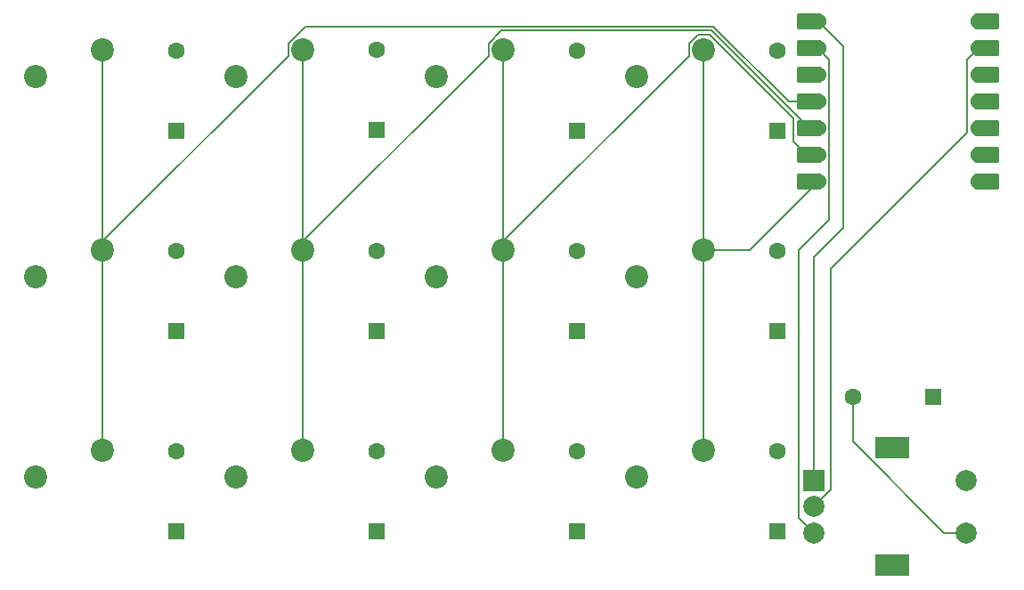
<source format=gbr>
%TF.GenerationSoftware,KiCad,Pcbnew,9.0.2*%
%TF.CreationDate,2025-05-30T01:47:42-07:00*%
%TF.ProjectId,pixelpad,70697865-6c70-4616-942e-6b696361645f,rev?*%
%TF.SameCoordinates,Original*%
%TF.FileFunction,Copper,L1,Top*%
%TF.FilePolarity,Positive*%
%FSLAX46Y46*%
G04 Gerber Fmt 4.6, Leading zero omitted, Abs format (unit mm)*
G04 Created by KiCad (PCBNEW 9.0.2) date 2025-05-30 01:47:42*
%MOMM*%
%LPD*%
G01*
G04 APERTURE LIST*
G04 Aperture macros list*
%AMRoundRect*
0 Rectangle with rounded corners*
0 $1 Rounding radius*
0 $2 $3 $4 $5 $6 $7 $8 $9 X,Y pos of 4 corners*
0 Add a 4 corners polygon primitive as box body*
4,1,4,$2,$3,$4,$5,$6,$7,$8,$9,$2,$3,0*
0 Add four circle primitives for the rounded corners*
1,1,$1+$1,$2,$3*
1,1,$1+$1,$4,$5*
1,1,$1+$1,$6,$7*
1,1,$1+$1,$8,$9*
0 Add four rect primitives between the rounded corners*
20,1,$1+$1,$2,$3,$4,$5,0*
20,1,$1+$1,$4,$5,$6,$7,0*
20,1,$1+$1,$6,$7,$8,$9,0*
20,1,$1+$1,$8,$9,$2,$3,0*%
G04 Aperture macros list end*
%TA.AperFunction,ComponentPad*%
%ADD10C,2.200000*%
%TD*%
%TA.AperFunction,ComponentPad*%
%ADD11R,2.000000X2.000000*%
%TD*%
%TA.AperFunction,ComponentPad*%
%ADD12C,2.000000*%
%TD*%
%TA.AperFunction,ComponentPad*%
%ADD13R,3.200000X2.000000*%
%TD*%
%TA.AperFunction,SMDPad,CuDef*%
%ADD14RoundRect,0.152400X1.063600X0.609600X-1.063600X0.609600X-1.063600X-0.609600X1.063600X-0.609600X0*%
%TD*%
%TA.AperFunction,ComponentPad*%
%ADD15C,1.524000*%
%TD*%
%TA.AperFunction,SMDPad,CuDef*%
%ADD16RoundRect,0.152400X-1.063600X-0.609600X1.063600X-0.609600X1.063600X0.609600X-1.063600X0.609600X0*%
%TD*%
%TA.AperFunction,ComponentPad*%
%ADD17RoundRect,0.250000X0.550000X-0.550000X0.550000X0.550000X-0.550000X0.550000X-0.550000X-0.550000X0*%
%TD*%
%TA.AperFunction,ComponentPad*%
%ADD18C,1.600000*%
%TD*%
%TA.AperFunction,ComponentPad*%
%ADD19RoundRect,0.250000X0.550000X0.550000X-0.550000X0.550000X-0.550000X-0.550000X0.550000X-0.550000X0*%
%TD*%
%TA.AperFunction,Conductor*%
%ADD20C,0.200000*%
%TD*%
G04 APERTURE END LIST*
D10*
%TO.P,SW3,1,1*%
%TO.N,COL2*%
X135890000Y-28257500D03*
%TO.P,SW3,2,2*%
%TO.N,Net-(D3-A)*%
X129540000Y-30797500D03*
%TD*%
D11*
%TO.P,SW13,A,A*%
%TO.N,ENC_A*%
X165390480Y-69235096D03*
D12*
%TO.P,SW13,B,B*%
%TO.N,ENC_B*%
X165390480Y-74235096D03*
%TO.P,SW13,C,C*%
%TO.N,GND*%
X165390480Y-71735096D03*
D13*
%TO.P,SW13,MP*%
%TO.N,N/C*%
X172890480Y-66135096D03*
X172890480Y-77335096D03*
D12*
%TO.P,SW13,S1,S1*%
%TO.N,Net-(D13-A)*%
X179890480Y-74235096D03*
%TO.P,SW13,S2,S2*%
%TO.N,ENC_SWB*%
X179890480Y-69235096D03*
%TD*%
D10*
%TO.P,SW2,1,1*%
%TO.N,COL1*%
X116840000Y-28257500D03*
%TO.P,SW2,2,2*%
%TO.N,Net-(D2-A)*%
X110490000Y-30797500D03*
%TD*%
%TO.P,SW9,1,1*%
%TO.N,COL0*%
X97790000Y-66357500D03*
%TO.P,SW9,2,2*%
%TO.N,Net-(D9-A)*%
X91440000Y-68897500D03*
%TD*%
%TO.P,SW10,1,1*%
%TO.N,COL1*%
X116840000Y-66357500D03*
%TO.P,SW10,2,2*%
%TO.N,Net-(D10-A)*%
X110490000Y-68897500D03*
%TD*%
%TO.P,SW4,1,1*%
%TO.N,COL3*%
X154940000Y-28257500D03*
%TO.P,SW4,2,2*%
%TO.N,Net-(D4-A)*%
X148590000Y-30797500D03*
%TD*%
%TO.P,SW12,1,1*%
%TO.N,COL3*%
X154940000Y-66357500D03*
%TO.P,SW12,2,2*%
%TO.N,Net-(D12-A)*%
X148590000Y-68897500D03*
%TD*%
%TO.P,SW8,1,1*%
%TO.N,COL3*%
X154940000Y-47307500D03*
%TO.P,SW8,2,2*%
%TO.N,Net-(D8-A)*%
X148590000Y-49847500D03*
%TD*%
D14*
%TO.P,U1,1,GPIO26/ADC0/A0*%
%TO.N,ENC_A*%
X164959392Y-25598416D03*
D15*
X165794392Y-25598416D03*
D14*
%TO.P,U1,2,GPIO27/ADC1/A1*%
%TO.N,ENC_B*%
X164959392Y-28138416D03*
D15*
X165794392Y-28138416D03*
D14*
%TO.P,U1,3,GPIO28/ADC2/A2*%
%TO.N,ENC_SWB*%
X164959392Y-30678416D03*
D15*
X165794392Y-30678416D03*
D14*
%TO.P,U1,4,GPIO29/ADC3/A3*%
%TO.N,COL0*%
X164959392Y-33218416D03*
D15*
X165794392Y-33218416D03*
D14*
%TO.P,U1,5,GPIO6/SDA*%
%TO.N,COL1*%
X164959392Y-35758416D03*
D15*
X165794392Y-35758416D03*
D14*
%TO.P,U1,6,GPIO7/SCL*%
%TO.N,COL2*%
X164959392Y-38298416D03*
D15*
X165794392Y-38298416D03*
D14*
%TO.P,U1,7,GPIO0/TX*%
%TO.N,COL3*%
X164959392Y-40838416D03*
D15*
X165794392Y-40838416D03*
%TO.P,U1,8,GPIO1/RX*%
%TO.N,ROW2*%
X181034392Y-40838416D03*
D16*
X181869392Y-40838416D03*
D15*
%TO.P,U1,9,GPIO2/SCK*%
%TO.N,ROW1*%
X181034392Y-38298416D03*
D16*
X181869392Y-38298416D03*
D15*
%TO.P,U1,10,GPIO4/MISO*%
%TO.N,ROW0*%
X181034392Y-35758416D03*
D16*
X181869392Y-35758416D03*
D15*
%TO.P,U1,11,GPIO3/MOSI*%
%TO.N,unconnected-(U1-GPIO3{slash}MOSI-Pad11)*%
X181034392Y-33218416D03*
D16*
X181869392Y-33218416D03*
D15*
%TO.P,U1,12,3V3*%
%TO.N,unconnected-(U1-3V3-Pad12)*%
X181034392Y-30678416D03*
D16*
X181869392Y-30678416D03*
D15*
%TO.P,U1,13,GND*%
%TO.N,GND*%
X181034392Y-28138416D03*
D16*
X181869392Y-28138416D03*
D15*
%TO.P,U1,14,VBUS*%
%TO.N,+5V*%
X181034392Y-25598416D03*
D16*
X181869392Y-25598416D03*
%TD*%
D10*
%TO.P,SW11,1,1*%
%TO.N,COL2*%
X135890000Y-66357500D03*
%TO.P,SW11,2,2*%
%TO.N,Net-(D11-A)*%
X129540000Y-68897500D03*
%TD*%
%TO.P,SW7,1,1*%
%TO.N,COL2*%
X135890000Y-47307500D03*
%TO.P,SW7,2,2*%
%TO.N,Net-(D7-A)*%
X129540000Y-49847500D03*
%TD*%
%TO.P,SW1,1,1*%
%TO.N,COL0*%
X97790000Y-28257500D03*
%TO.P,SW1,2,2*%
%TO.N,Net-(D1-A)*%
X91440000Y-30797500D03*
%TD*%
%TO.P,SW6,1,1*%
%TO.N,COL1*%
X116840000Y-47307500D03*
%TO.P,SW6,2,2*%
%TO.N,Net-(D6-A)*%
X110490000Y-49847500D03*
%TD*%
%TO.P,SW5,1,1*%
%TO.N,COL0*%
X97790000Y-47307500D03*
%TO.P,SW5,2,2*%
%TO.N,Net-(D5-A)*%
X91440000Y-49847500D03*
%TD*%
D17*
%TO.P,D1,1,K*%
%TO.N,ROW0*%
X104774912Y-35956848D03*
D18*
%TO.P,D1,2,A*%
%TO.N,Net-(D1-A)*%
X104774912Y-28336848D03*
%TD*%
D19*
%TO.P,D13,1,K*%
%TO.N,ROW2*%
X176748136Y-61317136D03*
D18*
%TO.P,D13,2,A*%
%TO.N,Net-(D13-A)*%
X169128136Y-61317136D03*
%TD*%
D17*
%TO.P,D10,1,K*%
%TO.N,ROW2*%
X123824896Y-74056816D03*
D18*
%TO.P,D10,2,A*%
%TO.N,Net-(D10-A)*%
X123824896Y-66436816D03*
%TD*%
D17*
%TO.P,D4,1,K*%
%TO.N,ROW0*%
X161924864Y-35956848D03*
D18*
%TO.P,D4,2,A*%
%TO.N,Net-(D4-A)*%
X161924864Y-28336848D03*
%TD*%
D17*
%TO.P,D5,1,K*%
%TO.N,ROW1*%
X104774912Y-55006832D03*
D18*
%TO.P,D5,2,A*%
%TO.N,Net-(D5-A)*%
X104774912Y-47386832D03*
%TD*%
D17*
%TO.P,D11,1,K*%
%TO.N,ROW2*%
X142874880Y-74056816D03*
D18*
%TO.P,D11,2,A*%
%TO.N,Net-(D11-A)*%
X142874880Y-66436816D03*
%TD*%
D17*
%TO.P,D12,1,K*%
%TO.N,ROW2*%
X161924864Y-74056816D03*
D18*
%TO.P,D12,2,A*%
%TO.N,Net-(D12-A)*%
X161924864Y-66436816D03*
%TD*%
D17*
%TO.P,D8,1,K*%
%TO.N,ROW1*%
X161924864Y-55066360D03*
D18*
%TO.P,D8,2,A*%
%TO.N,Net-(D8-A)*%
X161924864Y-47446360D03*
%TD*%
D17*
%TO.P,D9,1,K*%
%TO.N,ROW2*%
X104774912Y-74056816D03*
D18*
%TO.P,D9,2,A*%
%TO.N,Net-(D9-A)*%
X104774912Y-66436816D03*
%TD*%
D17*
%TO.P,D3,1,K*%
%TO.N,ROW0*%
X142874880Y-35956848D03*
D18*
%TO.P,D3,2,A*%
%TO.N,Net-(D3-A)*%
X142874880Y-28336848D03*
%TD*%
D17*
%TO.P,D2,1,K*%
%TO.N,ROW0*%
X123824896Y-35897344D03*
D18*
%TO.P,D2,2,A*%
%TO.N,Net-(D2-A)*%
X123824896Y-28277344D03*
%TD*%
D17*
%TO.P,D7,1,K*%
%TO.N,ROW1*%
X142874880Y-55006832D03*
D18*
%TO.P,D7,2,A*%
%TO.N,Net-(D7-A)*%
X142874880Y-47386832D03*
%TD*%
D17*
%TO.P,D6,1,K*%
%TO.N,ROW1*%
X123824896Y-55006832D03*
D18*
%TO.P,D6,2,A*%
%TO.N,Net-(D6-A)*%
X123824896Y-47386832D03*
%TD*%
D20*
%TO.N,GND*%
X179971392Y-29201416D02*
X181034392Y-28138416D01*
X179971392Y-36126864D02*
X179971392Y-29201416D01*
X165390480Y-71735096D02*
X166985016Y-70140560D01*
X166985016Y-70140560D02*
X166985016Y-49113240D01*
X166985016Y-49113240D02*
X179971392Y-36126864D01*
%TO.N,COL0*%
X115439000Y-27677186D02*
X117061686Y-26054500D01*
X97790000Y-66357500D02*
X97790000Y-47307500D01*
X97790000Y-47307500D02*
X97790000Y-28257500D01*
X155852514Y-26054500D02*
X163016430Y-33218416D01*
X115439000Y-28837814D02*
X115439000Y-27677186D01*
X97790000Y-46486814D02*
X115439000Y-28837814D01*
X97790000Y-47307500D02*
X97790000Y-46486814D01*
X117061686Y-26054500D02*
X155852514Y-26054500D01*
X163016430Y-33218416D02*
X165794392Y-33218416D01*
%TO.N,COL1*%
X116840000Y-47307500D02*
X116840000Y-46486814D01*
X116840000Y-46486814D02*
X134489000Y-28837814D01*
X155686414Y-26455500D02*
X164989330Y-35758416D01*
X164989330Y-35758416D02*
X165794392Y-35758416D01*
X135710686Y-26455500D02*
X155686414Y-26455500D01*
X116840000Y-28257500D02*
X116840000Y-47307500D01*
X116840000Y-47307500D02*
X116840000Y-66357500D01*
X134489000Y-28837814D02*
X134489000Y-27677186D01*
X134489000Y-27677186D02*
X135710686Y-26455500D01*
%TO.N,COL2*%
X135890000Y-66357500D02*
X135890000Y-47307500D01*
X154359686Y-26856500D02*
X155520314Y-26856500D01*
X163442392Y-37024046D02*
X164716762Y-38298416D01*
X135890000Y-46486814D02*
X153539000Y-28837814D01*
X135890000Y-47307500D02*
X135890000Y-46486814D01*
X153539000Y-27677186D02*
X154359686Y-26856500D01*
X164716762Y-38298416D02*
X165794392Y-38298416D01*
X153539000Y-28837814D02*
X153539000Y-27677186D01*
X155520314Y-26856500D02*
X163442392Y-34778578D01*
X163442392Y-34778578D02*
X163442392Y-37024046D01*
X135890000Y-47307500D02*
X135890000Y-28257500D01*
%TO.N,ENC_B*%
X164008456Y-47327304D02*
X166857392Y-44478368D01*
X166857392Y-29201416D02*
X165794392Y-28138416D01*
X165390480Y-74235096D02*
X164008456Y-72853072D01*
X166857392Y-44478368D02*
X166857392Y-29201416D01*
X164008456Y-72853072D02*
X164008456Y-47327304D01*
%TO.N,COL3*%
X154940000Y-28257500D02*
X154940000Y-47307500D01*
X154940000Y-47307500D02*
X159325308Y-47307500D01*
X154940000Y-47307500D02*
X154940000Y-66357500D01*
X159325308Y-47307500D02*
X165794392Y-40838416D01*
%TO.N,ENC_A*%
X168175640Y-45243712D02*
X168175640Y-27979664D01*
X168175640Y-27979664D02*
X165794392Y-25598416D01*
X165390480Y-48028872D02*
X168175640Y-45243712D01*
X165390480Y-69235096D02*
X165390480Y-48028872D01*
%TO.N,Net-(D13-A)*%
X179890480Y-74235096D02*
X177788480Y-74235096D01*
X177788480Y-74235096D02*
X169128136Y-65574752D01*
X169128136Y-65574752D02*
X169128136Y-61317136D01*
%TD*%
M02*

</source>
